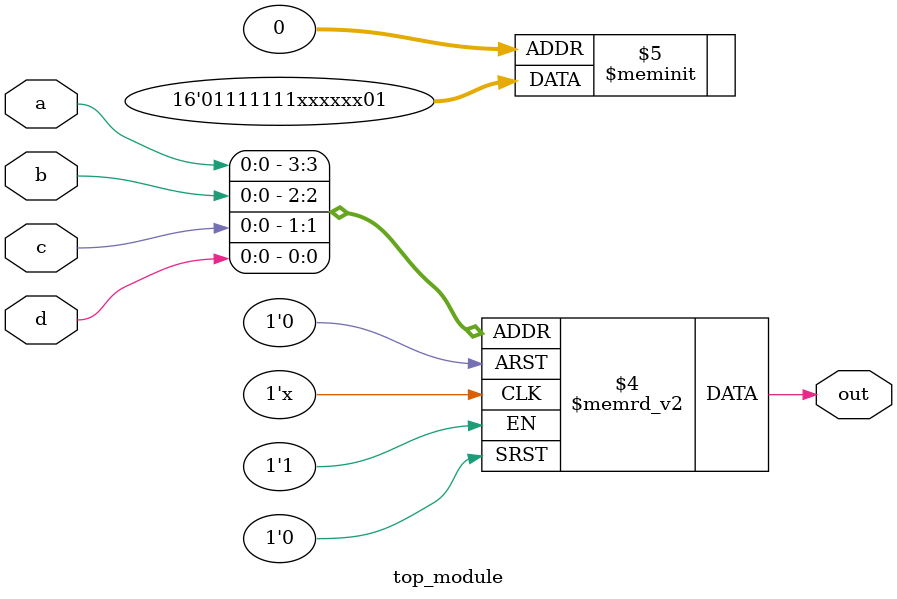
<source format=sv>
module top_module (
    input a, 
    input b,
    input c,
    input d,
    output reg out
);

always @(*)
begin
    case({a,b,c,d})
        4'b0000: out = 1'b1; 
        4'b0001: out = 1'b0; 
        4'b0010: out = 1'bx; // Set output to don't care 
        4'b0011: out = 1'bx; // Set output to don't care
        4'b0100: out = 1'bx; // Set output to don't care
        4'b0101: out = 1'bx; // Set output to don't care
        4'b0110: out = 1'bx; // Set output to don't care
        4'b0111: out = 1'bx; // Set output to don't care
        4'b1000: out = 1'b1;
        4'b1001: out = 1'b1;
        4'b1010: out = 1'b1;
        4'b1011: out = 1'b1;
        4'b1100: out = 1'b1;
        4'b1101: out = 1'b1;
        4'b1110: out = 1'b1;
        default: out = 1'b0;
    endcase
end

endmodule

</source>
